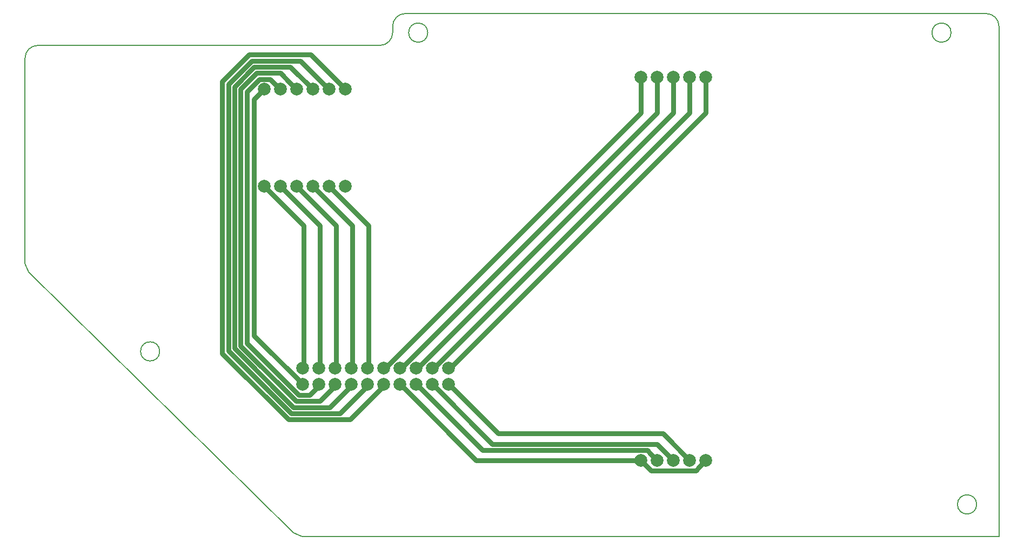
<source format=gbr>
G04 #@! TF.GenerationSoftware,KiCad,Pcbnew,5.1.5-52549c5~84~ubuntu18.04.1*
G04 #@! TF.CreationDate,2020-03-14T11:46:24+01:00*
G04 #@! TF.ProjectId,Fe203,46653230-332e-46b6-9963-61645f706362,rev?*
G04 #@! TF.SameCoordinates,Original*
G04 #@! TF.FileFunction,Copper,L1,Top*
G04 #@! TF.FilePolarity,Positive*
%FSLAX46Y46*%
G04 Gerber Fmt 4.6, Leading zero omitted, Abs format (unit mm)*
G04 Created by KiCad (PCBNEW 5.1.5-52549c5~84~ubuntu18.04.1) date 2020-03-14 11:46:24*
%MOMM*%
%LPD*%
G04 APERTURE LIST*
G04 #@! TA.AperFunction,Profile*
%ADD10C,0.200000*%
G04 #@! TD*
G04 #@! TA.AperFunction,ComponentPad*
%ADD11C,2.000000*%
G04 #@! TD*
G04 #@! TA.AperFunction,Conductor*
%ADD12C,0.762000*%
G04 #@! TD*
G04 APERTURE END LIST*
D10*
X106325985Y-137454210D02*
X107730129Y-138030000D01*
X64310008Y-95193254D02*
X64905850Y-96617463D01*
X214909985Y-56030000D02*
X123910000Y-56030000D01*
X209409985Y-59030000D02*
G75*
G03X209409985Y-59030000I-1500000J0D01*
G01*
X85410000Y-109030000D02*
G75*
G03X85410000Y-109030000I-1500000J0D01*
G01*
X107730129Y-138030000D02*
X216909985Y-138030000D01*
X64310009Y-63030001D02*
G75*
G02X66310008Y-61030000I2000000J1D01*
G01*
X64905850Y-96617463D02*
X106325985Y-137454210D01*
X121910000Y-58030000D02*
X121910000Y-59030000D01*
X119910000Y-61030000D02*
X66310009Y-61030000D01*
X214909985Y-56030000D02*
G75*
G02X216909985Y-58030000I0J-2000000D01*
G01*
X121910000Y-58030001D02*
G75*
G02X123909999Y-56030000I2000000J1D01*
G01*
X121910000Y-59030001D02*
G75*
G02X119909999Y-61030000I-2000000J1D01*
G01*
X64310008Y-95193254D02*
X64310008Y-63030000D01*
X216909985Y-58030000D02*
X216909985Y-138030000D01*
X213409985Y-133030000D02*
G75*
G03X213409985Y-133030000I-1500000J0D01*
G01*
X127410000Y-59030000D02*
G75*
G03X127410000Y-59030000I-1500000J0D01*
G01*
D11*
G04 #@! TO.P,CON1,2*
G04 #@! TO.N,B2*
X130670000Y-111680000D03*
G04 #@! TO.P,CON1,4*
G04 #@! TO.N,A2*
X128130000Y-111680000D03*
G04 #@! TO.P,CON1,6*
G04 #@! TO.N,DOT2*
X125590000Y-111680000D03*
G04 #@! TO.P,CON1,8*
G04 #@! TO.N,F2*
X123050000Y-111680000D03*
G04 #@! TO.P,CON1,10*
G04 #@! TO.N,G2*
X120510000Y-111680000D03*
G04 #@! TO.P,CON1,12*
G04 #@! TO.N,G1*
X117970000Y-111680000D03*
G04 #@! TO.P,CON1,14*
G04 #@! TO.N,C1*
X115430000Y-111680000D03*
G04 #@! TO.P,CON1,16*
G04 #@! TO.N,DP1*
X112890000Y-111680000D03*
G04 #@! TO.P,CON1,18*
G04 #@! TO.N,D1*
X110350000Y-111680000D03*
G04 #@! TO.P,CON1,20*
G04 #@! TO.N,E1*
X107810000Y-111680000D03*
G04 #@! TO.P,CON1,19*
G04 #@! TO.N,GND1_1*
X107810000Y-114220000D03*
G04 #@! TO.P,CON1,17*
G04 #@! TO.N,A1*
X110350000Y-114220000D03*
G04 #@! TO.P,CON1,15*
G04 #@! TO.N,F1*
X112890000Y-114220000D03*
G04 #@! TO.P,CON1,13*
G04 #@! TO.N,GND1_2*
X115430000Y-114220000D03*
G04 #@! TO.P,CON1,11*
G04 #@! TO.N,GND1_3*
X117970000Y-114220000D03*
G04 #@! TO.P,CON1,9*
G04 #@! TO.N,B1*
X120510000Y-114220000D03*
G04 #@! TO.P,CON1,7*
G04 #@! TO.N,GND2*
X123050000Y-114220000D03*
G04 #@! TO.P,CON1,5*
G04 #@! TO.N,E2*
X125590000Y-114220000D03*
G04 #@! TO.P,CON1,3*
G04 #@! TO.N,D2*
X128130000Y-114220000D03*
G04 #@! TO.P,CON1,1*
G04 #@! TO.N,C2*
X130670000Y-114220000D03*
G04 #@! TD*
G04 #@! TO.P,D1,12*
G04 #@! TO.N,GND1_1*
X101780000Y-67920000D03*
G04 #@! TO.P,D1,11*
G04 #@! TO.N,A1*
X104320000Y-67920000D03*
G04 #@! TO.P,D1,10*
G04 #@! TO.N,F1*
X106860000Y-67920000D03*
G04 #@! TO.P,D1,9*
G04 #@! TO.N,GND1_2*
X109400000Y-67920000D03*
G04 #@! TO.P,D1,8*
G04 #@! TO.N,GND1_3*
X111940000Y-67920000D03*
G04 #@! TO.P,D1,7*
G04 #@! TO.N,B1*
X114480000Y-67920000D03*
G04 #@! TO.P,D1,6*
G04 #@! TO.N,Net-(D1-Pad6)*
X114480000Y-83160000D03*
G04 #@! TO.P,D1,5*
G04 #@! TO.N,G1*
X111940000Y-83160000D03*
G04 #@! TO.P,D1,4*
G04 #@! TO.N,C1*
X109400000Y-83160000D03*
G04 #@! TO.P,D1,3*
G04 #@! TO.N,DP1*
X106860000Y-83160000D03*
G04 #@! TO.P,D1,2*
G04 #@! TO.N,D1*
X104320000Y-83160000D03*
G04 #@! TO.P,D1,1*
G04 #@! TO.N,E1*
X101780000Y-83160000D03*
G04 #@! TD*
G04 #@! TO.P,D2,6*
G04 #@! TO.N,B2*
X170990000Y-66020000D03*
G04 #@! TO.P,D2,5*
G04 #@! TO.N,GND2*
X170990000Y-126120000D03*
G04 #@! TO.P,D2,4*
G04 #@! TO.N,C2*
X168450000Y-126120000D03*
G04 #@! TO.P,D2,3*
G04 #@! TO.N,D2*
X165910000Y-126120000D03*
G04 #@! TO.P,D2,2*
G04 #@! TO.N,E2*
X163370000Y-126120000D03*
G04 #@! TO.P,D2,1*
G04 #@! TO.N,GND2*
X160830000Y-126120000D03*
G04 #@! TO.P,D2,7*
G04 #@! TO.N,A2*
X168450000Y-66020000D03*
G04 #@! TO.P,D2,8*
G04 #@! TO.N,DOT2*
X165910000Y-66020000D03*
G04 #@! TO.P,D2,9*
G04 #@! TO.N,F2*
X163370000Y-66020000D03*
G04 #@! TO.P,D2,10*
G04 #@! TO.N,G2*
X160830000Y-66020000D03*
G04 #@! TD*
D12*
G04 #@! TO.N,GND1_1*
X100780001Y-68919999D02*
X101780000Y-67920000D01*
X100198999Y-69501001D02*
X100780001Y-68919999D01*
X100198999Y-106548999D02*
X100198999Y-69501001D01*
X107950000Y-114300000D02*
X100198999Y-106548999D01*
G04 #@! TO.N,GND1_2*
X112064979Y-117805021D02*
X115570000Y-114300000D01*
X105894981Y-64414981D02*
X100224164Y-64414981D01*
X109400000Y-67920000D02*
X105894981Y-64414981D01*
X100224164Y-64414981D02*
X97135980Y-67503164D01*
X97135980Y-67503164D02*
X97135980Y-108546836D01*
X97135980Y-108546836D02*
X106394165Y-117805021D01*
X106394165Y-117805021D02*
X112064979Y-117805021D01*
G04 #@! TO.N,GND1_3*
X107472971Y-63452971D02*
X110940001Y-66920001D01*
X110940001Y-66920001D02*
X111940000Y-67920000D01*
X118110000Y-114300000D02*
X113642969Y-118767031D01*
X113642969Y-118767031D02*
X105995688Y-118767031D01*
X99825687Y-63452971D02*
X107472971Y-63452971D01*
X96173970Y-108945313D02*
X96173970Y-67104687D01*
X105995688Y-118767031D02*
X96173970Y-108945313D01*
X96173970Y-67104687D02*
X99825687Y-63452971D01*
G04 #@! TO.N,DOT2*
X165910000Y-71580000D02*
X125730000Y-111760000D01*
X165910000Y-66020000D02*
X165910000Y-71580000D01*
G04 #@! TO.N,GND2*
X169990001Y-127119999D02*
X170990000Y-126120000D01*
X169408999Y-127701001D02*
X169990001Y-127119999D01*
X162411001Y-127701001D02*
X169408999Y-127701001D01*
X160830000Y-126120000D02*
X162411001Y-127701001D01*
X135010000Y-126120000D02*
X160830000Y-126120000D01*
X123190000Y-114300000D02*
X135010000Y-126120000D01*
G04 #@! TO.N,E1*
X107950000Y-89330000D02*
X102440000Y-83820000D01*
X107950000Y-111760000D02*
X107950000Y-89330000D01*
G04 #@! TO.N,D1*
X110490000Y-89330000D02*
X104320000Y-83160000D01*
X110490000Y-111760000D02*
X110490000Y-89330000D01*
G04 #@! TO.N,DP1*
X113030000Y-89330000D02*
X106860000Y-83160000D01*
X113030000Y-111760000D02*
X113030000Y-89330000D01*
G04 #@! TO.N,C1*
X115570000Y-89330000D02*
X109400000Y-83160000D01*
X115570000Y-111760000D02*
X115570000Y-89330000D01*
G04 #@! TO.N,G1*
X118110000Y-89330000D02*
X111940000Y-83160000D01*
X118110000Y-111760000D02*
X118110000Y-89330000D01*
G04 #@! TO.N,B1*
X115220959Y-119729041D02*
X105597211Y-119729040D01*
X95211961Y-109343790D02*
X95211962Y-66706209D01*
X120650000Y-114300000D02*
X115220959Y-119729041D01*
X105597211Y-119729040D02*
X95211961Y-109343790D01*
X95211962Y-66706209D02*
X99427210Y-62490961D01*
X109050961Y-62490961D02*
X114480000Y-67920000D01*
X99427210Y-62490961D02*
X109050961Y-62490961D01*
G04 #@! TO.N,F1*
X105860001Y-66920001D02*
X106860000Y-67920000D01*
X104316989Y-65376989D02*
X105860001Y-66920001D01*
X100622642Y-65376989D02*
X104316989Y-65376989D01*
X98097990Y-67901641D02*
X100622642Y-65376989D01*
X98097990Y-108148359D02*
X98097990Y-67901641D01*
X106792642Y-116843011D02*
X98097990Y-108148359D01*
X110486989Y-116843011D02*
X106792642Y-116843011D01*
X113030000Y-114300000D02*
X110486989Y-116843011D01*
G04 #@! TO.N,A1*
X102738999Y-66338999D02*
X103320001Y-66920001D01*
X101021119Y-66338999D02*
X102738999Y-66338999D01*
X99060000Y-68300118D02*
X101021119Y-66338999D01*
X103320001Y-66920001D02*
X104320000Y-67920000D01*
X107191119Y-115881001D02*
X99060000Y-107749882D01*
X108908999Y-115881001D02*
X107191119Y-115881001D01*
X110490000Y-114300000D02*
X108908999Y-115881001D01*
X99060000Y-107749882D02*
X99060000Y-106680000D01*
X99060000Y-106770486D02*
X99060000Y-106680000D01*
X99060000Y-106680000D02*
X99060000Y-68300118D01*
G04 #@! TO.N,B2*
X170990000Y-71580000D02*
X130810000Y-111760000D01*
X170990000Y-66020000D02*
X170990000Y-71580000D01*
G04 #@! TO.N,C2*
X130810000Y-114300000D02*
X138430000Y-121920000D01*
X164250000Y-121920000D02*
X168450000Y-126120000D01*
X138430000Y-121920000D02*
X164250000Y-121920000D01*
G04 #@! TO.N,D2*
X164910001Y-125120001D02*
X165910000Y-126120000D01*
X163366989Y-123576989D02*
X164910001Y-125120001D01*
X137546989Y-123576989D02*
X163366989Y-123576989D01*
X128270000Y-114300000D02*
X137546989Y-123576989D01*
G04 #@! TO.N,E2*
X162370001Y-125120001D02*
X163370000Y-126120000D01*
X161788999Y-124538999D02*
X162370001Y-125120001D01*
X135968999Y-124538999D02*
X161788999Y-124538999D01*
X125730000Y-114300000D02*
X135968999Y-124538999D01*
G04 #@! TO.N,A2*
X168450000Y-71580000D02*
X128270000Y-111760000D01*
X168450000Y-66020000D02*
X168450000Y-71580000D01*
G04 #@! TO.N,F2*
X163370000Y-66020000D02*
X163370000Y-71580000D01*
X123190000Y-111760000D02*
X163370000Y-71580000D01*
G04 #@! TO.N,G2*
X160830000Y-66020000D02*
X160830000Y-71580000D01*
X160830000Y-71580000D02*
X120650000Y-111760000D01*
G04 #@! TD*
M02*

</source>
